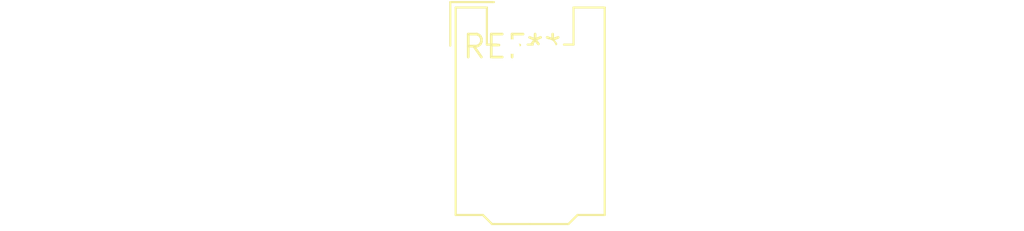
<source format=kicad_pcb>
(kicad_pcb (version 20240108) (generator pcbnew)
  (layers (0 "F.Cu" signal) (31 "B.Cu" signal) (34 "B.Paste" user) (35 "F.Paste" user) (36 "B.SilkS" user "B.Silkscreen") (37 "F.SilkS" user "F.Silkscreen") (38 "B.Mask" user) (39 "F.Mask" user) (44 "Edge.Cuts" user))
  (net 0 "")
  (footprint "Molex_MicroClasp_55935-0230_1x02_P2.00mm_Horizontal" (layer "F.Cu") (at 0 0)
    (property "Reference" "REF**")
    (property "Value" "Molex_MicroClasp_55935-0230_1x02_P2.00mm_Horizontal")
    (fp_line (start -3.41 -2.46) (end -1 -2.46) (layer "F.SilkS") (stroke (width 0.12)))
    (fp_line (start -3.41 -0.05) (end -3.41 -2.46) (layer "F.SilkS") (stroke (width 0.12)))
    (fp_line (start -3.11 -2.16) (end -1.39 -2.16) (layer "F.SilkS") (stroke (width 0.12)))
    (fp_line (start -3.11 9.31) (end -3.11 -2.16) (layer "F.SilkS") (stroke (width 0.12)))
    (fp_line (start -1.61 9.31) (end -3.11 9.31) (layer "F.SilkS") (stroke (width 0.12)))
    (fp_line (start -1.39 -2.16) (end -1.39 -0.11) (layer "F.SilkS") (stroke (width 0.12)))
    (fp_line (start -1.39 -0.11) (end -0.86 -0.11) (layer "F.SilkS") (stroke (width 0.12)))
    (fp_line (start -1.11 9.81) (end -1.61 9.31) (layer "F.SilkS") (stroke (width 0.12)))
    (fp_line (start 0.86 -0.11) (end 1.14 -0.11) (layer "F.SilkS") (stroke (width 0.12)))
    (fp_line (start 1 9.81) (end -1.11 9.81) (layer "F.SilkS") (stroke (width 0.12)))
    (fp_line (start 1 9.81) (end 3.11 9.81) (layer "F.SilkS") (stroke (width 0.12)))
    (fp_line (start 3.11 9.81) (end 3.61 9.31) (layer "F.SilkS") (stroke (width 0.12)))
    (fp_line (start 3.39 -2.16) (end 3.39 -0.11) (layer "F.SilkS") (stroke (width 0.12)))
    (fp_line (start 3.39 -0.11) (end 2.86 -0.11) (layer "F.SilkS") (stroke (width 0.12)))
    (fp_line (start 3.61 9.31) (end 5.11 9.31) (layer "F.SilkS") (stroke (width 0.12)))
    (fp_line (start 5.11 -2.16) (end 3.39 -2.16) (layer "F.SilkS") (stroke (width 0.12)))
    (fp_line (start 5.11 9.31) (end 5.11 -2.16) (layer "F.SilkS") (stroke (width 0.12)))
    (pad "1" thru_hole roundrect (at 0 0) (size 1.2 1.8) (drill 0.8) (layers *.Cu *.Mask) (remove_unused_layers) (roundrect_rratio 0.208333))
    (pad "2" thru_hole oval (at 2 0) (size 1.2 1.8) (drill 0.8) (layers *.Cu *.Mask) (remove_unused_layers))
  )
)
</source>
